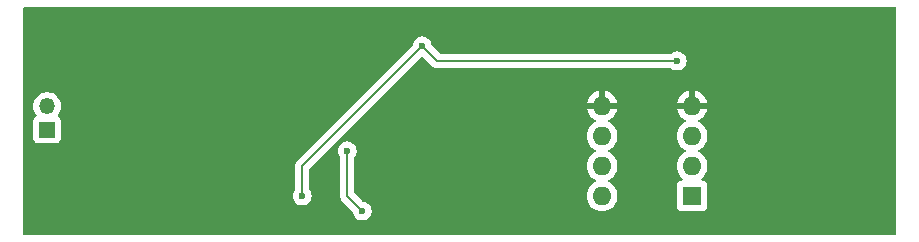
<source format=gbr>
%TF.GenerationSoftware,KiCad,Pcbnew,8.0.4*%
%TF.CreationDate,2024-11-18T10:18:22-08:00*%
%TF.ProjectId,Channel,4368616e-6e65-46c2-9e6b-696361645f70,rev?*%
%TF.SameCoordinates,Original*%
%TF.FileFunction,Copper,L2,Bot*%
%TF.FilePolarity,Positive*%
%FSLAX46Y46*%
G04 Gerber Fmt 4.6, Leading zero omitted, Abs format (unit mm)*
G04 Created by KiCad (PCBNEW 8.0.4) date 2024-11-18 10:18:22*
%MOMM*%
%LPD*%
G01*
G04 APERTURE LIST*
%TA.AperFunction,ComponentPad*%
%ADD10R,1.600000X1.600000*%
%TD*%
%TA.AperFunction,ComponentPad*%
%ADD11O,1.600000X1.600000*%
%TD*%
%TA.AperFunction,ComponentPad*%
%ADD12R,1.350000X1.350000*%
%TD*%
%TA.AperFunction,ComponentPad*%
%ADD13O,1.350000X1.350000*%
%TD*%
%TA.AperFunction,ViaPad*%
%ADD14C,0.600000*%
%TD*%
%TA.AperFunction,Conductor*%
%ADD15C,0.200000*%
%TD*%
G04 APERTURE END LIST*
D10*
%TO.P,U6,1,~{CS}*%
%TO.N,CS*%
X134610000Y-87620000D03*
D11*
%TO.P,U6,2,SCK*%
%TO.N,CKL*%
X134610000Y-85080000D03*
%TO.P,U6,3,SDI/SDO*%
%TO.N,SDI*%
X134610000Y-82540000D03*
%TO.P,U6,4,V_{SS}*%
%TO.N,GND*%
X134610000Y-80000000D03*
%TO.P,U6,5,P0A*%
X126990000Y-80000000D03*
%TO.P,U6,6,P0W*%
%TO.N,Net-(U6-P0W)*%
X126990000Y-82540000D03*
%TO.P,U6,7,P0B*%
%TO.N,Net-(U5--)*%
X126990000Y-85080000D03*
%TO.P,U6,8,V_{DD}*%
%TO.N,Vdd*%
X126990000Y-87620000D03*
%TD*%
D12*
%TO.P,J1,1,Pin_1*%
%TO.N,Electrode*%
X80010000Y-82010000D03*
D13*
%TO.P,J1,2,Pin_2*%
%TO.N,Ref_Electrode*%
X80010000Y-80010000D03*
%TD*%
D14*
%TO.N,GND*%
X104140000Y-80010000D03*
X120650000Y-87630000D03*
X87630000Y-83820000D03*
X129540000Y-77470000D03*
X115570000Y-87630000D03*
X119380000Y-73660000D03*
%TO.N,Vss*%
X111760000Y-74930000D03*
X133350000Y-76200000D03*
X101600000Y-87630000D03*
%TO.N,Vdd*%
X105410000Y-83820000D03*
X106680000Y-88900000D03*
%TD*%
D15*
%TO.N,Vss*%
X113030000Y-76200000D02*
X133350000Y-76200000D01*
X112430000Y-75600000D02*
X113030000Y-76200000D01*
X111760000Y-74930000D02*
X112430000Y-75600000D01*
X101600000Y-85090000D02*
X101600000Y-87630000D01*
X111760000Y-74930000D02*
X101600000Y-85090000D01*
%TO.N,Vdd*%
X105410000Y-83820000D02*
X105410000Y-87630000D01*
X105410000Y-87630000D02*
X106680000Y-88900000D01*
%TD*%
%TA.AperFunction,Conductor*%
%TO.N,GND*%
G36*
X151842539Y-71640185D02*
G01*
X151888294Y-71692989D01*
X151899500Y-71744500D01*
X151899500Y-90815500D01*
X151879815Y-90882539D01*
X151827011Y-90928294D01*
X151775500Y-90939500D01*
X78094500Y-90939500D01*
X78027461Y-90919815D01*
X77981706Y-90867011D01*
X77970500Y-90815500D01*
X77970500Y-87629996D01*
X100794435Y-87629996D01*
X100794435Y-87630003D01*
X100814630Y-87809249D01*
X100814631Y-87809254D01*
X100874211Y-87979523D01*
X100956523Y-88110521D01*
X100970184Y-88132262D01*
X101097738Y-88259816D01*
X101250478Y-88355789D01*
X101420745Y-88415368D01*
X101420750Y-88415369D01*
X101599996Y-88435565D01*
X101600000Y-88435565D01*
X101600004Y-88435565D01*
X101779249Y-88415369D01*
X101779252Y-88415368D01*
X101779255Y-88415368D01*
X101949522Y-88355789D01*
X102102262Y-88259816D01*
X102229816Y-88132262D01*
X102325789Y-87979522D01*
X102385368Y-87809255D01*
X102385369Y-87809249D01*
X102405565Y-87630003D01*
X102405565Y-87629996D01*
X102385369Y-87450750D01*
X102385368Y-87450745D01*
X102361056Y-87381265D01*
X102325789Y-87280478D01*
X102229816Y-87127738D01*
X102229814Y-87127736D01*
X102229813Y-87127734D01*
X102227550Y-87124896D01*
X102226659Y-87122715D01*
X102226111Y-87121842D01*
X102226264Y-87121745D01*
X102201144Y-87060209D01*
X102200500Y-87047587D01*
X102200500Y-85390097D01*
X102220185Y-85323058D01*
X102236819Y-85302416D01*
X103719239Y-83819996D01*
X104604435Y-83819996D01*
X104604435Y-83820003D01*
X104624630Y-83999249D01*
X104624631Y-83999254D01*
X104684211Y-84169523D01*
X104780185Y-84322263D01*
X104782445Y-84325097D01*
X104783334Y-84327275D01*
X104783889Y-84328158D01*
X104783734Y-84328255D01*
X104808855Y-84389783D01*
X104809500Y-84402412D01*
X104809500Y-87543330D01*
X104809499Y-87543348D01*
X104809499Y-87709054D01*
X104809498Y-87709054D01*
X104850423Y-87861786D01*
X104862477Y-87882662D01*
X104862478Y-87882667D01*
X104862479Y-87882667D01*
X104929475Y-87998709D01*
X104929481Y-87998717D01*
X105048349Y-88117585D01*
X105048355Y-88117590D01*
X105849298Y-88918533D01*
X105882783Y-88979856D01*
X105884837Y-88992330D01*
X105894630Y-89079249D01*
X105954210Y-89249521D01*
X106050184Y-89402262D01*
X106177738Y-89529816D01*
X106330478Y-89625789D01*
X106500745Y-89685368D01*
X106500750Y-89685369D01*
X106679996Y-89705565D01*
X106680000Y-89705565D01*
X106680004Y-89705565D01*
X106859249Y-89685369D01*
X106859252Y-89685368D01*
X106859255Y-89685368D01*
X107029522Y-89625789D01*
X107182262Y-89529816D01*
X107309816Y-89402262D01*
X107405789Y-89249522D01*
X107465368Y-89079255D01*
X107475162Y-88992330D01*
X107485565Y-88900003D01*
X107485565Y-88899996D01*
X107465369Y-88720750D01*
X107465368Y-88720745D01*
X107430132Y-88620047D01*
X107405789Y-88550478D01*
X107309816Y-88397738D01*
X107182262Y-88270184D01*
X107029521Y-88174210D01*
X106859249Y-88114630D01*
X106772330Y-88104837D01*
X106707916Y-88077770D01*
X106698533Y-88069298D01*
X106046819Y-87417584D01*
X106013334Y-87356261D01*
X106010500Y-87329903D01*
X106010500Y-84402412D01*
X106030185Y-84335373D01*
X106037555Y-84325097D01*
X106039810Y-84322267D01*
X106039816Y-84322262D01*
X106135789Y-84169522D01*
X106195368Y-83999255D01*
X106200982Y-83949429D01*
X106215565Y-83820003D01*
X106215565Y-83819996D01*
X106195369Y-83640750D01*
X106195368Y-83640745D01*
X106160132Y-83540047D01*
X106135789Y-83470478D01*
X106039816Y-83317738D01*
X105912262Y-83190184D01*
X105759523Y-83094211D01*
X105589254Y-83034631D01*
X105589249Y-83034630D01*
X105410004Y-83014435D01*
X105409996Y-83014435D01*
X105230750Y-83034630D01*
X105230745Y-83034631D01*
X105060476Y-83094211D01*
X104907737Y-83190184D01*
X104780184Y-83317737D01*
X104684211Y-83470476D01*
X104624631Y-83640745D01*
X104624630Y-83640750D01*
X104604435Y-83819996D01*
X103719239Y-83819996D01*
X104999237Y-82539998D01*
X125684532Y-82539998D01*
X125684532Y-82540001D01*
X125704364Y-82766686D01*
X125704366Y-82766697D01*
X125763258Y-82986488D01*
X125763261Y-82986497D01*
X125859431Y-83192732D01*
X125859432Y-83192734D01*
X125989954Y-83379141D01*
X126150858Y-83540045D01*
X126150861Y-83540047D01*
X126337266Y-83670568D01*
X126395275Y-83697618D01*
X126447714Y-83743791D01*
X126466866Y-83810984D01*
X126446650Y-83877865D01*
X126395275Y-83922382D01*
X126337267Y-83949431D01*
X126337265Y-83949432D01*
X126150858Y-84079954D01*
X125989954Y-84240858D01*
X125859432Y-84427265D01*
X125859431Y-84427267D01*
X125763261Y-84633502D01*
X125763258Y-84633511D01*
X125704366Y-84853302D01*
X125704364Y-84853313D01*
X125684532Y-85079998D01*
X125684532Y-85080001D01*
X125704364Y-85306686D01*
X125704366Y-85306697D01*
X125763258Y-85526488D01*
X125763261Y-85526497D01*
X125859431Y-85732732D01*
X125859432Y-85732734D01*
X125989954Y-85919141D01*
X126150858Y-86080045D01*
X126190914Y-86108092D01*
X126337266Y-86210568D01*
X126360384Y-86221348D01*
X126395275Y-86237618D01*
X126447714Y-86283791D01*
X126466866Y-86350984D01*
X126446650Y-86417865D01*
X126395275Y-86462381D01*
X126395118Y-86462455D01*
X126337267Y-86489431D01*
X126337265Y-86489432D01*
X126150858Y-86619954D01*
X125989954Y-86780858D01*
X125859432Y-86967265D01*
X125859431Y-86967267D01*
X125763261Y-87173502D01*
X125763258Y-87173511D01*
X125704366Y-87393302D01*
X125704364Y-87393313D01*
X125684532Y-87619998D01*
X125684532Y-87620001D01*
X125704364Y-87846686D01*
X125704366Y-87846697D01*
X125763258Y-88066488D01*
X125763261Y-88066497D01*
X125859431Y-88272732D01*
X125859432Y-88272734D01*
X125989954Y-88459141D01*
X126150858Y-88620045D01*
X126150861Y-88620047D01*
X126337266Y-88750568D01*
X126543504Y-88846739D01*
X126763308Y-88905635D01*
X126910733Y-88918533D01*
X126989998Y-88925468D01*
X126990000Y-88925468D01*
X126990002Y-88925468D01*
X127069267Y-88918533D01*
X127216692Y-88905635D01*
X127436496Y-88846739D01*
X127642734Y-88750568D01*
X127829139Y-88620047D01*
X127990047Y-88459139D01*
X128120568Y-88272734D01*
X128216739Y-88066496D01*
X128275635Y-87846692D01*
X128294593Y-87630000D01*
X128295468Y-87620001D01*
X128295468Y-87619998D01*
X128288760Y-87543330D01*
X128275635Y-87393308D01*
X128216739Y-87173504D01*
X128120568Y-86967266D01*
X127990047Y-86780861D01*
X127990045Y-86780858D01*
X127829141Y-86619954D01*
X127642734Y-86489432D01*
X127642728Y-86489429D01*
X127584882Y-86462455D01*
X127584724Y-86462381D01*
X127532285Y-86416210D01*
X127513133Y-86349017D01*
X127533348Y-86282135D01*
X127584725Y-86237618D01*
X127642734Y-86210568D01*
X127829139Y-86080047D01*
X127990047Y-85919139D01*
X128120568Y-85732734D01*
X128216739Y-85526496D01*
X128275635Y-85306692D01*
X128295468Y-85080000D01*
X128275635Y-84853308D01*
X128216739Y-84633504D01*
X128120568Y-84427266D01*
X127990047Y-84240861D01*
X127990045Y-84240858D01*
X127829141Y-84079954D01*
X127642734Y-83949432D01*
X127642728Y-83949429D01*
X127584725Y-83922382D01*
X127532285Y-83876210D01*
X127513133Y-83809017D01*
X127533348Y-83742135D01*
X127584725Y-83697618D01*
X127642734Y-83670568D01*
X127829139Y-83540047D01*
X127990047Y-83379139D01*
X128120568Y-83192734D01*
X128216739Y-82986496D01*
X128275635Y-82766692D01*
X128295468Y-82540000D01*
X128295468Y-82539998D01*
X133304532Y-82539998D01*
X133304532Y-82540001D01*
X133324364Y-82766686D01*
X133324366Y-82766697D01*
X133383258Y-82986488D01*
X133383261Y-82986497D01*
X133479431Y-83192732D01*
X133479432Y-83192734D01*
X133609954Y-83379141D01*
X133770858Y-83540045D01*
X133770861Y-83540047D01*
X133957266Y-83670568D01*
X134015275Y-83697618D01*
X134067714Y-83743791D01*
X134086866Y-83810984D01*
X134066650Y-83877865D01*
X134015275Y-83922382D01*
X133957267Y-83949431D01*
X133957265Y-83949432D01*
X133770858Y-84079954D01*
X133609954Y-84240858D01*
X133479432Y-84427265D01*
X133479431Y-84427267D01*
X133383261Y-84633502D01*
X133383258Y-84633511D01*
X133324366Y-84853302D01*
X133324364Y-84853313D01*
X133304532Y-85079998D01*
X133304532Y-85080001D01*
X133324364Y-85306686D01*
X133324366Y-85306697D01*
X133383258Y-85526488D01*
X133383261Y-85526497D01*
X133479431Y-85732732D01*
X133479432Y-85732734D01*
X133609954Y-85919141D01*
X133770858Y-86080045D01*
X133795462Y-86097273D01*
X133839087Y-86151849D01*
X133846281Y-86221348D01*
X133814758Y-86283703D01*
X133754529Y-86319117D01*
X133737593Y-86322138D01*
X133702516Y-86325908D01*
X133567671Y-86376202D01*
X133567664Y-86376206D01*
X133452455Y-86462452D01*
X133452452Y-86462455D01*
X133366206Y-86577664D01*
X133366202Y-86577671D01*
X133315908Y-86712517D01*
X133309501Y-86772116D01*
X133309501Y-86772123D01*
X133309500Y-86772135D01*
X133309500Y-88467870D01*
X133309501Y-88467876D01*
X133315908Y-88527483D01*
X133366202Y-88662328D01*
X133366206Y-88662335D01*
X133452452Y-88777544D01*
X133452455Y-88777547D01*
X133567664Y-88863793D01*
X133567671Y-88863797D01*
X133702517Y-88914091D01*
X133702516Y-88914091D01*
X133709444Y-88914835D01*
X133762127Y-88920500D01*
X135457872Y-88920499D01*
X135517483Y-88914091D01*
X135652331Y-88863796D01*
X135767546Y-88777546D01*
X135853796Y-88662331D01*
X135904091Y-88527483D01*
X135910500Y-88467873D01*
X135910499Y-86772128D01*
X135904091Y-86712517D01*
X135869567Y-86619954D01*
X135853797Y-86577671D01*
X135853793Y-86577664D01*
X135767547Y-86462455D01*
X135767544Y-86462452D01*
X135652335Y-86376206D01*
X135652328Y-86376202D01*
X135517482Y-86325908D01*
X135517483Y-86325908D01*
X135482404Y-86322137D01*
X135417853Y-86295399D01*
X135378005Y-86238006D01*
X135375512Y-86168181D01*
X135411165Y-86108092D01*
X135424539Y-86097272D01*
X135449140Y-86080046D01*
X135610045Y-85919141D01*
X135610047Y-85919139D01*
X135740568Y-85732734D01*
X135836739Y-85526496D01*
X135895635Y-85306692D01*
X135915468Y-85080000D01*
X135895635Y-84853308D01*
X135836739Y-84633504D01*
X135740568Y-84427266D01*
X135610047Y-84240861D01*
X135610045Y-84240858D01*
X135449141Y-84079954D01*
X135262734Y-83949432D01*
X135262728Y-83949429D01*
X135204725Y-83922382D01*
X135152285Y-83876210D01*
X135133133Y-83809017D01*
X135153348Y-83742135D01*
X135204725Y-83697618D01*
X135262734Y-83670568D01*
X135449139Y-83540047D01*
X135610047Y-83379139D01*
X135740568Y-83192734D01*
X135836739Y-82986496D01*
X135895635Y-82766692D01*
X135915468Y-82540000D01*
X135895635Y-82313308D01*
X135836739Y-82093504D01*
X135740568Y-81887266D01*
X135610047Y-81700861D01*
X135610045Y-81700858D01*
X135449141Y-81539954D01*
X135262734Y-81409432D01*
X135262732Y-81409431D01*
X135251275Y-81404088D01*
X135204132Y-81382105D01*
X135151694Y-81335934D01*
X135132542Y-81268740D01*
X135152758Y-81201859D01*
X135204134Y-81157341D01*
X135262484Y-81130132D01*
X135448820Y-80999657D01*
X135609657Y-80838820D01*
X135740134Y-80652482D01*
X135836265Y-80446326D01*
X135836269Y-80446317D01*
X135888872Y-80250000D01*
X134925686Y-80250000D01*
X134930080Y-80245606D01*
X134982741Y-80154394D01*
X135010000Y-80052661D01*
X135010000Y-79947339D01*
X134982741Y-79845606D01*
X134930080Y-79754394D01*
X134925686Y-79750000D01*
X135888872Y-79750000D01*
X135888872Y-79749999D01*
X135836269Y-79553682D01*
X135836265Y-79553673D01*
X135740134Y-79347517D01*
X135609657Y-79161179D01*
X135448820Y-79000342D01*
X135262482Y-78869865D01*
X135056328Y-78773734D01*
X134860000Y-78721127D01*
X134860000Y-79684314D01*
X134855606Y-79679920D01*
X134764394Y-79627259D01*
X134662661Y-79600000D01*
X134557339Y-79600000D01*
X134455606Y-79627259D01*
X134364394Y-79679920D01*
X134360000Y-79684314D01*
X134360000Y-78721127D01*
X134163671Y-78773734D01*
X133957517Y-78869865D01*
X133771179Y-79000342D01*
X133610342Y-79161179D01*
X133479865Y-79347517D01*
X133383734Y-79553673D01*
X133383730Y-79553682D01*
X133331127Y-79749999D01*
X133331128Y-79750000D01*
X134294314Y-79750000D01*
X134289920Y-79754394D01*
X134237259Y-79845606D01*
X134210000Y-79947339D01*
X134210000Y-80052661D01*
X134237259Y-80154394D01*
X134289920Y-80245606D01*
X134294314Y-80250000D01*
X133331128Y-80250000D01*
X133383730Y-80446317D01*
X133383734Y-80446326D01*
X133479865Y-80652482D01*
X133610342Y-80838820D01*
X133771179Y-80999657D01*
X133957518Y-81130134D01*
X133957520Y-81130135D01*
X134015865Y-81157342D01*
X134068305Y-81203514D01*
X134087457Y-81270707D01*
X134067242Y-81337589D01*
X134015867Y-81382105D01*
X133957268Y-81409431D01*
X133957264Y-81409433D01*
X133770858Y-81539954D01*
X133609954Y-81700858D01*
X133479432Y-81887265D01*
X133479431Y-81887267D01*
X133383261Y-82093502D01*
X133383258Y-82093511D01*
X133324366Y-82313302D01*
X133324364Y-82313313D01*
X133304532Y-82539998D01*
X128295468Y-82539998D01*
X128275635Y-82313308D01*
X128216739Y-82093504D01*
X128120568Y-81887266D01*
X127990047Y-81700861D01*
X127990045Y-81700858D01*
X127829141Y-81539954D01*
X127642734Y-81409432D01*
X127642732Y-81409431D01*
X127631275Y-81404088D01*
X127584132Y-81382105D01*
X127531694Y-81335934D01*
X127512542Y-81268740D01*
X127532758Y-81201859D01*
X127584134Y-81157341D01*
X127642484Y-81130132D01*
X127828820Y-80999657D01*
X127989657Y-80838820D01*
X128120134Y-80652482D01*
X128216265Y-80446326D01*
X128216269Y-80446317D01*
X128268872Y-80250000D01*
X127305686Y-80250000D01*
X127310080Y-80245606D01*
X127362741Y-80154394D01*
X127390000Y-80052661D01*
X127390000Y-79947339D01*
X127362741Y-79845606D01*
X127310080Y-79754394D01*
X127305686Y-79750000D01*
X128268872Y-79750000D01*
X128268872Y-79749999D01*
X128216269Y-79553682D01*
X128216265Y-79553673D01*
X128120134Y-79347517D01*
X127989657Y-79161179D01*
X127828820Y-79000342D01*
X127642482Y-78869865D01*
X127436328Y-78773734D01*
X127240000Y-78721127D01*
X127240000Y-79684314D01*
X127235606Y-79679920D01*
X127144394Y-79627259D01*
X127042661Y-79600000D01*
X126937339Y-79600000D01*
X126835606Y-79627259D01*
X126744394Y-79679920D01*
X126740000Y-79684314D01*
X126740000Y-78721127D01*
X126543671Y-78773734D01*
X126337517Y-78869865D01*
X126151179Y-79000342D01*
X125990342Y-79161179D01*
X125859865Y-79347517D01*
X125763734Y-79553673D01*
X125763730Y-79553682D01*
X125711127Y-79749999D01*
X125711128Y-79750000D01*
X126674314Y-79750000D01*
X126669920Y-79754394D01*
X126617259Y-79845606D01*
X126590000Y-79947339D01*
X126590000Y-80052661D01*
X126617259Y-80154394D01*
X126669920Y-80245606D01*
X126674314Y-80250000D01*
X125711128Y-80250000D01*
X125763730Y-80446317D01*
X125763734Y-80446326D01*
X125859865Y-80652482D01*
X125990342Y-80838820D01*
X126151179Y-80999657D01*
X126337518Y-81130134D01*
X126337520Y-81130135D01*
X126395865Y-81157342D01*
X126448305Y-81203514D01*
X126467457Y-81270707D01*
X126447242Y-81337589D01*
X126395867Y-81382105D01*
X126337268Y-81409431D01*
X126337264Y-81409433D01*
X126150858Y-81539954D01*
X125989954Y-81700858D01*
X125859432Y-81887265D01*
X125859431Y-81887267D01*
X125763261Y-82093502D01*
X125763258Y-82093511D01*
X125704366Y-82313302D01*
X125704364Y-82313313D01*
X125684532Y-82539998D01*
X104999237Y-82539998D01*
X111672319Y-75866916D01*
X111733642Y-75833431D01*
X111803334Y-75838415D01*
X111847681Y-75866916D01*
X112545139Y-76564374D01*
X112545149Y-76564385D01*
X112549479Y-76568715D01*
X112549480Y-76568716D01*
X112661284Y-76680520D01*
X112748095Y-76730639D01*
X112748097Y-76730641D01*
X112786151Y-76752611D01*
X112798215Y-76759577D01*
X112950943Y-76800500D01*
X113109057Y-76800500D01*
X132767588Y-76800500D01*
X132834627Y-76820185D01*
X132844903Y-76827555D01*
X132847736Y-76829814D01*
X132847738Y-76829816D01*
X133000478Y-76925789D01*
X133170745Y-76985368D01*
X133170750Y-76985369D01*
X133349996Y-77005565D01*
X133350000Y-77005565D01*
X133350004Y-77005565D01*
X133529249Y-76985369D01*
X133529252Y-76985368D01*
X133529255Y-76985368D01*
X133699522Y-76925789D01*
X133852262Y-76829816D01*
X133979816Y-76702262D01*
X134075789Y-76549522D01*
X134135368Y-76379255D01*
X134155565Y-76200000D01*
X134135368Y-76020745D01*
X134075789Y-75850478D01*
X134068209Y-75838415D01*
X133979815Y-75697737D01*
X133852262Y-75570184D01*
X133699523Y-75474211D01*
X133529254Y-75414631D01*
X133529249Y-75414630D01*
X133350004Y-75394435D01*
X133349996Y-75394435D01*
X133170750Y-75414630D01*
X133170745Y-75414631D01*
X133000476Y-75474211D01*
X132847736Y-75570185D01*
X132844903Y-75572445D01*
X132842724Y-75573334D01*
X132841842Y-75573889D01*
X132841744Y-75573734D01*
X132780217Y-75598855D01*
X132767588Y-75599500D01*
X113330097Y-75599500D01*
X113263058Y-75579815D01*
X113242416Y-75563181D01*
X112590700Y-74911465D01*
X112557215Y-74850142D01*
X112555163Y-74837686D01*
X112545368Y-74750745D01*
X112485789Y-74580478D01*
X112389816Y-74427738D01*
X112262262Y-74300184D01*
X112109523Y-74204211D01*
X111939254Y-74144631D01*
X111939249Y-74144630D01*
X111760004Y-74124435D01*
X111759996Y-74124435D01*
X111580750Y-74144630D01*
X111580745Y-74144631D01*
X111410476Y-74204211D01*
X111257737Y-74300184D01*
X111130184Y-74427737D01*
X111034210Y-74580478D01*
X110974630Y-74750750D01*
X110964837Y-74837667D01*
X110937770Y-74902081D01*
X110929298Y-74911464D01*
X101231286Y-84609478D01*
X101119481Y-84721282D01*
X101119479Y-84721285D01*
X101069361Y-84808094D01*
X101069359Y-84808096D01*
X101040425Y-84858209D01*
X101040424Y-84858210D01*
X101040423Y-84858215D01*
X100999499Y-85010943D01*
X100999499Y-85010945D01*
X100999499Y-85179046D01*
X100999500Y-85179059D01*
X100999500Y-87047587D01*
X100979815Y-87114626D01*
X100972450Y-87124896D01*
X100970186Y-87127734D01*
X100874211Y-87280476D01*
X100814631Y-87450745D01*
X100814630Y-87450750D01*
X100794435Y-87629996D01*
X77970500Y-87629996D01*
X77970500Y-80009999D01*
X78829464Y-80009999D01*
X78829464Y-80010000D01*
X78849564Y-80226918D01*
X78849564Y-80226920D01*
X78849565Y-80226923D01*
X78891054Y-80372741D01*
X78909184Y-80436462D01*
X79006288Y-80631472D01*
X79087747Y-80739341D01*
X79112439Y-80804702D01*
X79097874Y-80873037D01*
X79063105Y-80913334D01*
X78977452Y-80977455D01*
X78891206Y-81092664D01*
X78891202Y-81092671D01*
X78840908Y-81227517D01*
X78836265Y-81270707D01*
X78834501Y-81287123D01*
X78834500Y-81287135D01*
X78834500Y-82732870D01*
X78834501Y-82732876D01*
X78840908Y-82792483D01*
X78891202Y-82927328D01*
X78891206Y-82927335D01*
X78977452Y-83042544D01*
X78977455Y-83042547D01*
X79092664Y-83128793D01*
X79092671Y-83128797D01*
X79227517Y-83179091D01*
X79227516Y-83179091D01*
X79234444Y-83179835D01*
X79287127Y-83185500D01*
X80732872Y-83185499D01*
X80792483Y-83179091D01*
X80927331Y-83128796D01*
X81042546Y-83042546D01*
X81128796Y-82927331D01*
X81179091Y-82792483D01*
X81185500Y-82732873D01*
X81185499Y-81287128D01*
X81179091Y-81227517D01*
X81170138Y-81203514D01*
X81128797Y-81092671D01*
X81128793Y-81092664D01*
X81042547Y-80977455D01*
X81042544Y-80977452D01*
X80956895Y-80913335D01*
X80915024Y-80857402D01*
X80910040Y-80787710D01*
X80932251Y-80739344D01*
X81013712Y-80631472D01*
X81110817Y-80436459D01*
X81170435Y-80226923D01*
X81190536Y-80010000D01*
X81170435Y-79793077D01*
X81110817Y-79583541D01*
X81013712Y-79388528D01*
X80882427Y-79214678D01*
X80721432Y-79067912D01*
X80721428Y-79067909D01*
X80721423Y-79067906D01*
X80536213Y-78953229D01*
X80536207Y-78953226D01*
X80451113Y-78920260D01*
X80333069Y-78874530D01*
X80118926Y-78834500D01*
X79901074Y-78834500D01*
X79686931Y-78874530D01*
X79638130Y-78893435D01*
X79483792Y-78953226D01*
X79483786Y-78953229D01*
X79298576Y-79067906D01*
X79298566Y-79067913D01*
X79137574Y-79214676D01*
X79006288Y-79388527D01*
X78909184Y-79583537D01*
X78909183Y-79583541D01*
X78861822Y-79750000D01*
X78849564Y-79793081D01*
X78829464Y-80009999D01*
X77970500Y-80009999D01*
X77970500Y-71744500D01*
X77990185Y-71677461D01*
X78042989Y-71631706D01*
X78094500Y-71620500D01*
X151775500Y-71620500D01*
X151842539Y-71640185D01*
G37*
%TD.AperFunction*%
%TD*%
M02*

</source>
